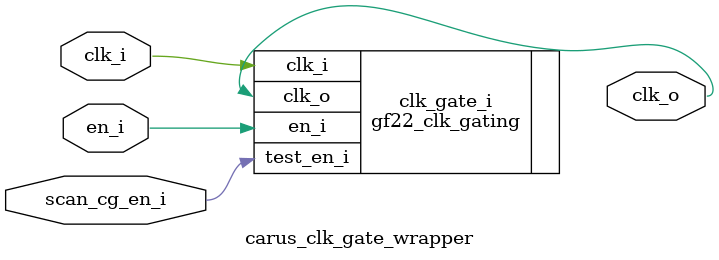
<source format=sv>

module carus_clk_gate_wrapper (
    input  logic clk_i,
    input  logic en_i,
    input  logic scan_cg_en_i,
    output logic clk_o
);
  // `ifdef GF22
  // GF22 clock gating standard cell
  gf22_clk_gating clk_gate_i (
      .clk_i(clk_i),
      .en_i(en_i),
      .test_en_i(scan_cg_en_i),
      .clk_o(clk_o)
  );
  // `elsif TSMC65
  //   // TSMC65 clock gating standard cell
  //   tsmc65_clk_gating clk_gate_i (
  //       .clk_i(clk_i),
  //       .en_i(en_i),
  //       .test_en_i(scan_cg_en_i),
  //       .clk_o(clk_o)
  //   );
  // `else
  //   // Default case if neither GF22 nor TSMC65 is defined
  //   initial begin
  //     $error("Neither GF22 nor TSMC65 is defined! Please define one of them.");
  //   end
  // `endif

endmodule

</source>
